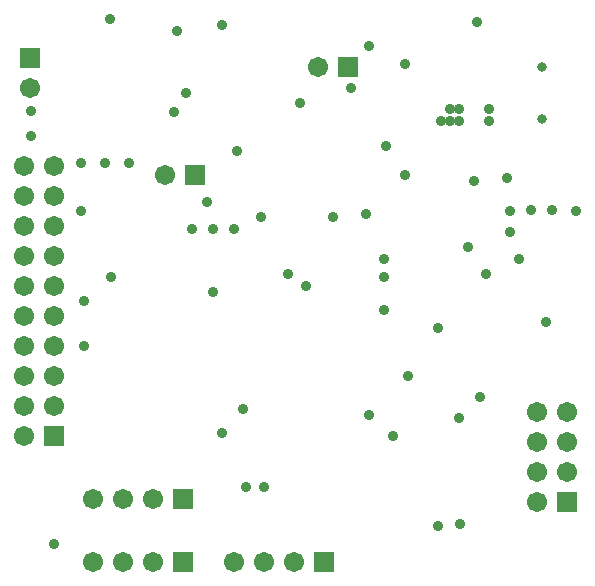
<source format=gbs>
G04 Layer_Color=16711935*
%FSLAX25Y25*%
%MOIN*%
G70*
G01*
G75*
%ADD76R,0.06706X0.06706*%
%ADD77C,0.06706*%
%ADD78C,0.03162*%
%ADD79R,0.06706X0.06706*%
%ADD80C,0.03556*%
D76*
X186480Y29800D02*
D03*
X15480Y51800D02*
D03*
X7480Y177800D02*
D03*
D77*
X176480Y29800D02*
D03*
X186480Y39800D02*
D03*
X176480D02*
D03*
X186480Y49800D02*
D03*
X176480D02*
D03*
X186480Y59800D02*
D03*
X176480D02*
D03*
X48480Y30800D02*
D03*
X38480D02*
D03*
X28480D02*
D03*
X48480Y9800D02*
D03*
X38480D02*
D03*
X28480D02*
D03*
X95480D02*
D03*
X85480D02*
D03*
X75480D02*
D03*
X52480Y138800D02*
D03*
X5480Y141800D02*
D03*
X15480D02*
D03*
X5480Y131800D02*
D03*
X15480D02*
D03*
X5480Y121800D02*
D03*
X15480D02*
D03*
X5480Y111800D02*
D03*
X15480D02*
D03*
X5480Y101800D02*
D03*
X15480D02*
D03*
X5480Y91800D02*
D03*
X15480D02*
D03*
X5480Y81800D02*
D03*
X15480D02*
D03*
X5480Y71800D02*
D03*
X15480D02*
D03*
X5480Y61800D02*
D03*
X15480D02*
D03*
X5480Y51800D02*
D03*
X7480Y167800D02*
D03*
X103480Y174800D02*
D03*
D78*
X178216Y174760D02*
D03*
Y157438D02*
D03*
D79*
X58480Y30800D02*
D03*
Y9800D02*
D03*
X105480D02*
D03*
X62480Y138800D02*
D03*
X113480Y174800D02*
D03*
D80*
X34480Y104800D02*
D03*
X97480Y162800D02*
D03*
X114480Y167800D02*
D03*
X119480Y125800D02*
D03*
X132480Y175800D02*
D03*
X59480Y165973D02*
D03*
X189380Y126900D02*
D03*
X181480Y127100D02*
D03*
X174280Y127000D02*
D03*
X167480Y119800D02*
D03*
Y126900D02*
D03*
X166480Y137800D02*
D03*
X150780Y22300D02*
D03*
X143380Y21800D02*
D03*
X120280Y58700D02*
D03*
X7580Y151900D02*
D03*
X7780Y160000D02*
D03*
X132480Y138800D02*
D03*
X143480Y87800D02*
D03*
X15480Y15800D02*
D03*
X93480Y105800D02*
D03*
X78480Y60800D02*
D03*
X133480Y71800D02*
D03*
X99480Y101800D02*
D03*
X85480Y34800D02*
D03*
X84480Y124800D02*
D03*
X157480Y64800D02*
D03*
X179480Y89800D02*
D03*
X68480Y120800D02*
D03*
X75480D02*
D03*
X153480Y114800D02*
D03*
X159480Y105800D02*
D03*
X170480Y110800D02*
D03*
X68480Y99800D02*
D03*
X71480Y52800D02*
D03*
X120480Y181800D02*
D03*
X160480Y160800D02*
D03*
X150480Y156800D02*
D03*
Y160800D02*
D03*
X147480Y156800D02*
D03*
Y160800D02*
D03*
X160480Y156800D02*
D03*
X56480Y186800D02*
D03*
X25480Y81800D02*
D03*
Y96800D02*
D03*
X156480Y189800D02*
D03*
X33929Y190800D02*
D03*
X108480Y124800D02*
D03*
X128480Y51800D02*
D03*
X126220Y148540D02*
D03*
X61480Y120800D02*
D03*
X79480Y34800D02*
D03*
X76480Y146800D02*
D03*
X66480Y129800D02*
D03*
X24480Y142800D02*
D03*
X32480D02*
D03*
X40480D02*
D03*
X24480Y126800D02*
D03*
X125480Y110800D02*
D03*
Y104800D02*
D03*
Y93800D02*
D03*
X155480Y136800D02*
D03*
X150480Y57800D02*
D03*
X55480Y159800D02*
D03*
X71480Y188800D02*
D03*
X144480Y156800D02*
D03*
M02*

</source>
